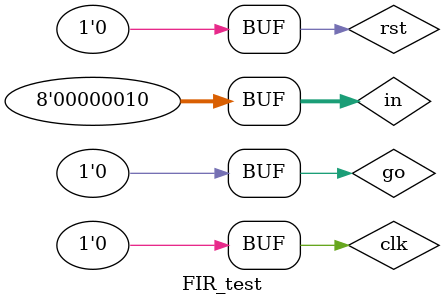
<source format=v>
`timescale 1ns / 1ps


module FIR_test;

	// Inputs
	reg [7:0] in;
	reg go;
	reg rst;
	reg clk;

	// Outputs
	wire [15:0] y;

	// Instantiate the Unit Under Test (UUT)
	FIR uut (
		.in(in), 
		.go(go), 
		.rst(rst), 
		.clk(clk), 
		.y(y)
	);

	
	initial begin
		// Initialize Inputs
		in = 0;
		go = 0;
		rst = 0;
		clk = 0;

		// Wait 100 ns for global reset to finish
		#100;
      #10 rst = 1;
		#10 rst = 0;
		#10 in = 1'b1;
		#10 go = 1;
		#10 go = 0;
		#10 in = 2'b10;
		#10 go = 1;
		#10 go = 0;
		#100;
		

	end
      
endmodule


</source>
